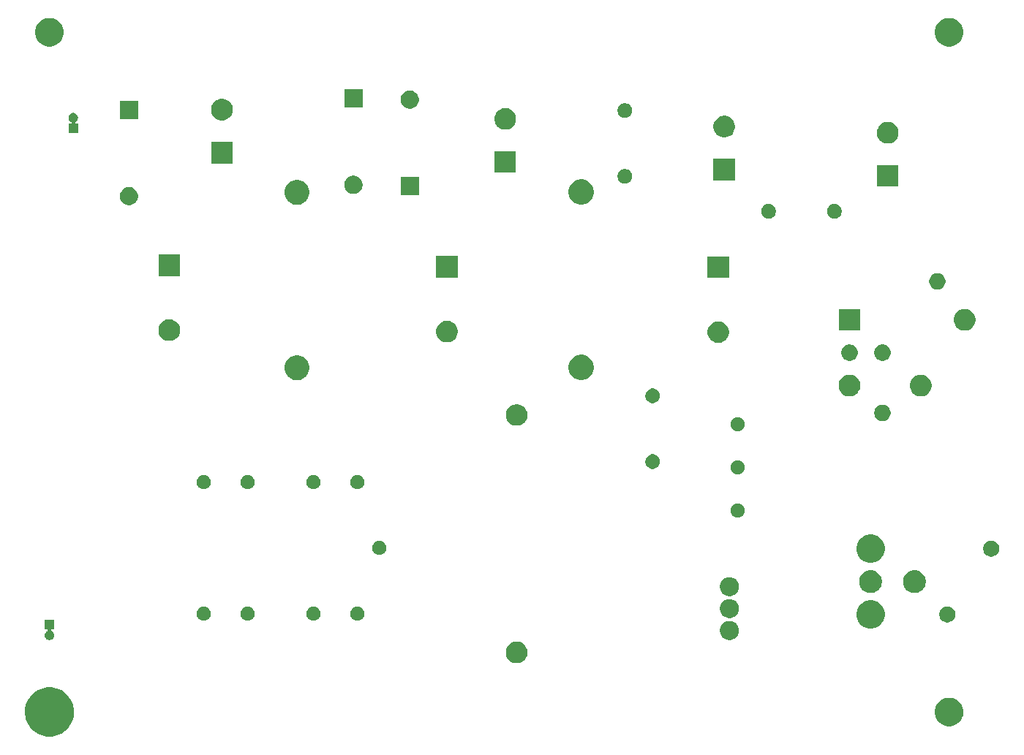
<source format=gbr>
G04 #@! TF.GenerationSoftware,KiCad,Pcbnew,(5.1.5)-3*
G04 #@! TF.CreationDate,2021-06-12T19:59:44-04:00*
G04 #@! TF.ProjectId,royerPSU,726f7965-7250-4535-952e-6b696361645f,rev?*
G04 #@! TF.SameCoordinates,Original*
G04 #@! TF.FileFunction,Soldermask,Top*
G04 #@! TF.FilePolarity,Negative*
%FSLAX46Y46*%
G04 Gerber Fmt 4.6, Leading zero omitted, Abs format (unit mm)*
G04 Created by KiCad (PCBNEW (5.1.5)-3) date 2021-06-12 19:59:44*
%MOMM*%
%LPD*%
G04 APERTURE LIST*
%ADD10C,0.100000*%
G04 APERTURE END LIST*
D10*
G36*
X73221606Y-131878562D02*
G01*
X73740455Y-132093476D01*
X74114524Y-132343421D01*
X74207406Y-132405483D01*
X74604517Y-132802594D01*
X74666579Y-132895476D01*
X74916524Y-133269545D01*
X75131438Y-133788394D01*
X75131438Y-133788395D01*
X75241000Y-134339200D01*
X75241000Y-134900800D01*
X75189458Y-135159917D01*
X75131438Y-135451606D01*
X74916524Y-135970455D01*
X74722832Y-136260335D01*
X74629600Y-136399867D01*
X74604516Y-136437407D01*
X74207407Y-136834516D01*
X73740455Y-137146524D01*
X73221606Y-137361438D01*
X72670800Y-137471000D01*
X72109200Y-137471000D01*
X71558394Y-137361438D01*
X71039545Y-137146524D01*
X70572593Y-136834516D01*
X70175484Y-136437407D01*
X70150401Y-136399867D01*
X70057168Y-136260335D01*
X69863476Y-135970455D01*
X69648562Y-135451606D01*
X69590542Y-135159917D01*
X69539000Y-134900800D01*
X69539000Y-134339200D01*
X69648562Y-133788395D01*
X69648562Y-133788394D01*
X69863476Y-133269545D01*
X70113421Y-132895476D01*
X70175483Y-132802594D01*
X70572594Y-132405483D01*
X70665476Y-132343421D01*
X71039545Y-132093476D01*
X71558394Y-131878562D01*
X72109200Y-131769000D01*
X72670800Y-131769000D01*
X73221606Y-131878562D01*
G37*
G36*
X176905256Y-133011298D02*
G01*
X177011579Y-133032447D01*
X177312042Y-133156903D01*
X177582451Y-133337585D01*
X177812415Y-133567549D01*
X177993097Y-133837958D01*
X178093389Y-134080083D01*
X178117553Y-134138422D01*
X178181000Y-134457389D01*
X178181000Y-134782611D01*
X178138702Y-134995256D01*
X178117553Y-135101579D01*
X177993097Y-135402042D01*
X177812415Y-135672451D01*
X177582451Y-135902415D01*
X177312042Y-136083097D01*
X177011579Y-136207553D01*
X176905256Y-136228702D01*
X176692611Y-136271000D01*
X176367389Y-136271000D01*
X176154744Y-136228702D01*
X176048421Y-136207553D01*
X175747958Y-136083097D01*
X175477549Y-135902415D01*
X175247585Y-135672451D01*
X175066903Y-135402042D01*
X174942447Y-135101579D01*
X174921298Y-134995256D01*
X174879000Y-134782611D01*
X174879000Y-134457389D01*
X174942447Y-134138422D01*
X174966612Y-134080083D01*
X175066903Y-133837958D01*
X175247585Y-133567549D01*
X175477549Y-133337585D01*
X175747958Y-133156903D01*
X176048421Y-133032447D01*
X176154744Y-133011298D01*
X176367389Y-132969000D01*
X176692611Y-132969000D01*
X176905256Y-133011298D01*
G37*
G36*
X126831503Y-126508275D02*
G01*
X127059171Y-126602578D01*
X127264066Y-126739485D01*
X127438315Y-126913734D01*
X127575222Y-127118629D01*
X127669525Y-127346297D01*
X127717600Y-127587987D01*
X127717600Y-127834413D01*
X127669525Y-128076103D01*
X127575222Y-128303771D01*
X127438315Y-128508666D01*
X127264066Y-128682915D01*
X127059171Y-128819822D01*
X127059170Y-128819823D01*
X127059169Y-128819823D01*
X126831503Y-128914125D01*
X126589814Y-128962200D01*
X126343386Y-128962200D01*
X126101697Y-128914125D01*
X125874031Y-128819823D01*
X125874030Y-128819823D01*
X125874029Y-128819822D01*
X125669134Y-128682915D01*
X125494885Y-128508666D01*
X125357978Y-128303771D01*
X125263675Y-128076103D01*
X125215600Y-127834413D01*
X125215600Y-127587987D01*
X125263675Y-127346297D01*
X125357978Y-127118629D01*
X125494885Y-126913734D01*
X125669134Y-126739485D01*
X125874029Y-126602578D01*
X126101697Y-126508275D01*
X126343386Y-126460200D01*
X126589814Y-126460200D01*
X126831503Y-126508275D01*
G37*
G36*
X72941000Y-125011000D02*
G01*
X72717782Y-125011000D01*
X72693396Y-125013402D01*
X72669947Y-125020515D01*
X72648336Y-125032066D01*
X72629394Y-125047611D01*
X72613849Y-125066553D01*
X72602298Y-125088164D01*
X72595185Y-125111613D01*
X72592783Y-125135999D01*
X72595185Y-125160385D01*
X72602298Y-125183834D01*
X72613849Y-125205445D01*
X72629394Y-125224387D01*
X72648336Y-125239932D01*
X72707761Y-125279639D01*
X72741242Y-125302010D01*
X72817990Y-125378758D01*
X72817991Y-125378760D01*
X72878291Y-125469005D01*
X72919826Y-125569279D01*
X72941000Y-125675730D01*
X72941000Y-125784270D01*
X72919826Y-125890721D01*
X72878291Y-125990995D01*
X72878290Y-125990996D01*
X72817990Y-126081242D01*
X72741242Y-126157990D01*
X72695812Y-126188345D01*
X72650995Y-126218291D01*
X72550721Y-126259826D01*
X72444270Y-126281000D01*
X72335730Y-126281000D01*
X72229279Y-126259826D01*
X72129005Y-126218291D01*
X72084188Y-126188345D01*
X72038758Y-126157990D01*
X71962010Y-126081242D01*
X71901710Y-125990996D01*
X71901709Y-125990995D01*
X71860174Y-125890721D01*
X71839000Y-125784270D01*
X71839000Y-125675730D01*
X71860174Y-125569279D01*
X71901709Y-125469005D01*
X71962009Y-125378760D01*
X71962010Y-125378758D01*
X72038758Y-125302010D01*
X72072239Y-125279639D01*
X72131664Y-125239932D01*
X72150606Y-125224386D01*
X72166151Y-125205444D01*
X72177702Y-125183833D01*
X72184815Y-125160385D01*
X72187217Y-125135998D01*
X72184815Y-125111612D01*
X72177702Y-125088163D01*
X72166151Y-125066553D01*
X72150605Y-125047611D01*
X72131663Y-125032066D01*
X72110052Y-125020515D01*
X72086604Y-125013402D01*
X72062218Y-125011000D01*
X71839000Y-125011000D01*
X71839000Y-123909000D01*
X72941000Y-123909000D01*
X72941000Y-125011000D01*
G37*
G36*
X151319394Y-124091355D02*
G01*
X151425750Y-124112511D01*
X151516297Y-124150017D01*
X151626120Y-124195507D01*
X151806444Y-124315995D01*
X151959805Y-124469356D01*
X152080293Y-124649680D01*
X152080293Y-124649681D01*
X152129726Y-124769021D01*
X152163289Y-124850051D01*
X152202587Y-125047611D01*
X152205600Y-125062761D01*
X152205600Y-125279639D01*
X152167933Y-125469005D01*
X152163289Y-125492349D01*
X152080293Y-125692720D01*
X151959805Y-125873044D01*
X151806444Y-126026405D01*
X151626120Y-126146893D01*
X151425750Y-126229889D01*
X151319395Y-126251044D01*
X151213040Y-126272200D01*
X150996160Y-126272200D01*
X150889805Y-126251044D01*
X150783450Y-126229889D01*
X150583080Y-126146893D01*
X150402756Y-126026405D01*
X150249395Y-125873044D01*
X150128907Y-125692720D01*
X150045911Y-125492349D01*
X150041268Y-125469005D01*
X150003600Y-125279639D01*
X150003600Y-125062761D01*
X150006614Y-125047611D01*
X150045911Y-124850051D01*
X150079475Y-124769021D01*
X150128907Y-124649681D01*
X150128907Y-124649680D01*
X150249395Y-124469356D01*
X150402756Y-124315995D01*
X150583080Y-124195507D01*
X150692903Y-124150017D01*
X150783450Y-124112511D01*
X150889806Y-124091355D01*
X150996160Y-124070200D01*
X151213040Y-124070200D01*
X151319394Y-124091355D01*
G37*
G36*
X167914732Y-121741466D02*
G01*
X168212919Y-121864979D01*
X168212921Y-121864980D01*
X168481283Y-122044294D01*
X168709506Y-122272517D01*
X168850803Y-122483983D01*
X168888821Y-122540881D01*
X169012334Y-122839068D01*
X169075300Y-123155620D01*
X169075300Y-123478380D01*
X169012334Y-123794932D01*
X168905107Y-124053800D01*
X168888820Y-124093121D01*
X168709506Y-124361483D01*
X168481283Y-124589706D01*
X168212921Y-124769020D01*
X168212920Y-124769021D01*
X168212919Y-124769021D01*
X167914732Y-124892534D01*
X167598180Y-124955500D01*
X167275420Y-124955500D01*
X166958868Y-124892534D01*
X166660681Y-124769021D01*
X166660680Y-124769021D01*
X166660679Y-124769020D01*
X166392317Y-124589706D01*
X166164094Y-124361483D01*
X165984780Y-124093121D01*
X165968493Y-124053800D01*
X165861266Y-123794932D01*
X165798300Y-123478380D01*
X165798300Y-123155620D01*
X165861266Y-122839068D01*
X165984779Y-122540881D01*
X166022797Y-122483983D01*
X166164094Y-122272517D01*
X166392317Y-122044294D01*
X166660679Y-121864980D01*
X166660681Y-121864979D01*
X166958868Y-121741466D01*
X167275420Y-121678500D01*
X167598180Y-121678500D01*
X167914732Y-121741466D01*
G37*
G36*
X176600987Y-122413123D02*
G01*
X176772055Y-122483982D01*
X176772057Y-122483983D01*
X176830092Y-122522761D01*
X176926014Y-122586854D01*
X177056946Y-122717786D01*
X177071548Y-122739640D01*
X177149097Y-122855699D01*
X177159818Y-122871745D01*
X177230677Y-123042813D01*
X177266800Y-123224417D01*
X177266800Y-123409583D01*
X177230677Y-123591187D01*
X177159818Y-123762255D01*
X177056946Y-123916214D01*
X176926014Y-124047146D01*
X176891511Y-124070200D01*
X176772057Y-124150017D01*
X176772056Y-124150018D01*
X176772055Y-124150018D01*
X176600987Y-124220877D01*
X176419383Y-124257000D01*
X176234217Y-124257000D01*
X176052613Y-124220877D01*
X175881545Y-124150018D01*
X175881544Y-124150018D01*
X175881543Y-124150017D01*
X175762089Y-124070200D01*
X175727586Y-124047146D01*
X175596654Y-123916214D01*
X175493782Y-123762255D01*
X175422923Y-123591187D01*
X175386800Y-123409583D01*
X175386800Y-123224417D01*
X175422923Y-123042813D01*
X175493782Y-122871745D01*
X175504504Y-122855699D01*
X175582052Y-122739640D01*
X175596654Y-122717786D01*
X175727586Y-122586854D01*
X175823508Y-122522761D01*
X175881543Y-122483983D01*
X175881545Y-122483982D01*
X176052613Y-122413123D01*
X176234217Y-122377000D01*
X176419383Y-122377000D01*
X176600987Y-122413123D01*
G37*
G36*
X90483342Y-122459042D02*
G01*
X90631301Y-122520329D01*
X90764455Y-122609299D01*
X90877701Y-122722545D01*
X90966671Y-122855699D01*
X91027958Y-123003658D01*
X91059200Y-123160725D01*
X91059200Y-123320875D01*
X91027958Y-123477942D01*
X90966671Y-123625901D01*
X90877701Y-123759055D01*
X90764455Y-123872301D01*
X90631301Y-123961271D01*
X90483342Y-124022558D01*
X90326275Y-124053800D01*
X90166125Y-124053800D01*
X90009058Y-124022558D01*
X89861099Y-123961271D01*
X89727945Y-123872301D01*
X89614699Y-123759055D01*
X89525729Y-123625901D01*
X89464442Y-123477942D01*
X89433200Y-123320875D01*
X89433200Y-123160725D01*
X89464442Y-123003658D01*
X89525729Y-122855699D01*
X89614699Y-122722545D01*
X89727945Y-122609299D01*
X89861099Y-122520329D01*
X90009058Y-122459042D01*
X90166125Y-122427800D01*
X90326275Y-122427800D01*
X90483342Y-122459042D01*
G37*
G36*
X95563342Y-122459042D02*
G01*
X95711301Y-122520329D01*
X95844455Y-122609299D01*
X95957701Y-122722545D01*
X96046671Y-122855699D01*
X96107958Y-123003658D01*
X96139200Y-123160725D01*
X96139200Y-123320875D01*
X96107958Y-123477942D01*
X96046671Y-123625901D01*
X95957701Y-123759055D01*
X95844455Y-123872301D01*
X95711301Y-123961271D01*
X95563342Y-124022558D01*
X95406275Y-124053800D01*
X95246125Y-124053800D01*
X95089058Y-124022558D01*
X94941099Y-123961271D01*
X94807945Y-123872301D01*
X94694699Y-123759055D01*
X94605729Y-123625901D01*
X94544442Y-123477942D01*
X94513200Y-123320875D01*
X94513200Y-123160725D01*
X94544442Y-123003658D01*
X94605729Y-122855699D01*
X94694699Y-122722545D01*
X94807945Y-122609299D01*
X94941099Y-122520329D01*
X95089058Y-122459042D01*
X95246125Y-122427800D01*
X95406275Y-122427800D01*
X95563342Y-122459042D01*
G37*
G36*
X103183342Y-122459042D02*
G01*
X103331301Y-122520329D01*
X103464455Y-122609299D01*
X103577701Y-122722545D01*
X103666671Y-122855699D01*
X103727958Y-123003658D01*
X103759200Y-123160725D01*
X103759200Y-123320875D01*
X103727958Y-123477942D01*
X103666671Y-123625901D01*
X103577701Y-123759055D01*
X103464455Y-123872301D01*
X103331301Y-123961271D01*
X103183342Y-124022558D01*
X103026275Y-124053800D01*
X102866125Y-124053800D01*
X102709058Y-124022558D01*
X102561099Y-123961271D01*
X102427945Y-123872301D01*
X102314699Y-123759055D01*
X102225729Y-123625901D01*
X102164442Y-123477942D01*
X102133200Y-123320875D01*
X102133200Y-123160725D01*
X102164442Y-123003658D01*
X102225729Y-122855699D01*
X102314699Y-122722545D01*
X102427945Y-122609299D01*
X102561099Y-122520329D01*
X102709058Y-122459042D01*
X102866125Y-122427800D01*
X103026275Y-122427800D01*
X103183342Y-122459042D01*
G37*
G36*
X108263342Y-122459042D02*
G01*
X108411301Y-122520329D01*
X108544455Y-122609299D01*
X108657701Y-122722545D01*
X108746671Y-122855699D01*
X108807958Y-123003658D01*
X108839200Y-123160725D01*
X108839200Y-123320875D01*
X108807958Y-123477942D01*
X108746671Y-123625901D01*
X108657701Y-123759055D01*
X108544455Y-123872301D01*
X108411301Y-123961271D01*
X108263342Y-124022558D01*
X108106275Y-124053800D01*
X107946125Y-124053800D01*
X107789058Y-124022558D01*
X107641099Y-123961271D01*
X107507945Y-123872301D01*
X107394699Y-123759055D01*
X107305729Y-123625901D01*
X107244442Y-123477942D01*
X107213200Y-123320875D01*
X107213200Y-123160725D01*
X107244442Y-123003658D01*
X107305729Y-122855699D01*
X107394699Y-122722545D01*
X107507945Y-122609299D01*
X107641099Y-122520329D01*
X107789058Y-122459042D01*
X107946125Y-122427800D01*
X108106275Y-122427800D01*
X108263342Y-122459042D01*
G37*
G36*
X151319395Y-121551356D02*
G01*
X151425750Y-121572511D01*
X151525934Y-121614009D01*
X151626120Y-121655507D01*
X151806444Y-121775995D01*
X151959805Y-121929356D01*
X152080293Y-122109680D01*
X152163289Y-122310051D01*
X152205600Y-122522760D01*
X152205600Y-122739640D01*
X152163289Y-122952349D01*
X152080293Y-123152720D01*
X151959805Y-123333044D01*
X151806444Y-123486405D01*
X151626120Y-123606893D01*
X151580230Y-123625901D01*
X151425750Y-123689889D01*
X151319394Y-123711045D01*
X151213040Y-123732200D01*
X150996160Y-123732200D01*
X150889806Y-123711045D01*
X150783450Y-123689889D01*
X150628970Y-123625901D01*
X150583080Y-123606893D01*
X150402756Y-123486405D01*
X150249395Y-123333044D01*
X150128907Y-123152720D01*
X150045911Y-122952349D01*
X150003600Y-122739640D01*
X150003600Y-122522760D01*
X150045911Y-122310051D01*
X150128907Y-122109680D01*
X150249395Y-121929356D01*
X150402756Y-121775995D01*
X150583080Y-121655507D01*
X150683266Y-121614009D01*
X150783450Y-121572511D01*
X150889805Y-121551356D01*
X150996160Y-121530200D01*
X151213040Y-121530200D01*
X151319395Y-121551356D01*
G37*
G36*
X151319394Y-119011355D02*
G01*
X151425750Y-119032511D01*
X151525934Y-119074009D01*
X151626120Y-119115507D01*
X151806444Y-119235995D01*
X151959805Y-119389356D01*
X152080293Y-119569680D01*
X152163289Y-119770051D01*
X152205600Y-119982760D01*
X152205600Y-120199640D01*
X152163289Y-120412349D01*
X152080293Y-120612720D01*
X151959805Y-120793044D01*
X151806444Y-120946405D01*
X151626120Y-121066893D01*
X151425750Y-121149889D01*
X151319395Y-121171044D01*
X151213040Y-121192200D01*
X150996160Y-121192200D01*
X150889805Y-121171044D01*
X150783450Y-121149889D01*
X150583080Y-121066893D01*
X150402756Y-120946405D01*
X150249395Y-120793044D01*
X150128907Y-120612720D01*
X150045911Y-120412349D01*
X150003600Y-120199640D01*
X150003600Y-119982760D01*
X150045911Y-119770051D01*
X150128907Y-119569680D01*
X150249395Y-119389356D01*
X150402756Y-119235995D01*
X150583080Y-119115507D01*
X150683266Y-119074009D01*
X150783450Y-119032511D01*
X150889806Y-119011355D01*
X150996160Y-118990200D01*
X151213040Y-118990200D01*
X151319394Y-119011355D01*
G37*
G36*
X172774515Y-118211383D02*
G01*
X172902122Y-118236765D01*
X173042948Y-118295097D01*
X173142527Y-118336344D01*
X173142528Y-118336345D01*
X173358889Y-118480912D01*
X173542888Y-118664911D01*
X173639485Y-118809479D01*
X173687456Y-118881273D01*
X173728703Y-118980852D01*
X173787035Y-119121678D01*
X173837800Y-119376893D01*
X173837800Y-119637107D01*
X173787035Y-119892322D01*
X173728703Y-120033148D01*
X173687456Y-120132727D01*
X173687455Y-120132728D01*
X173542888Y-120349089D01*
X173358889Y-120533088D01*
X173214321Y-120629685D01*
X173142527Y-120677656D01*
X173042948Y-120718903D01*
X172902122Y-120777235D01*
X172774514Y-120802618D01*
X172646909Y-120828000D01*
X172386691Y-120828000D01*
X172259086Y-120802618D01*
X172131478Y-120777235D01*
X171990652Y-120718903D01*
X171891073Y-120677656D01*
X171819279Y-120629685D01*
X171674711Y-120533088D01*
X171490712Y-120349089D01*
X171346145Y-120132728D01*
X171346144Y-120132727D01*
X171304897Y-120033148D01*
X171246565Y-119892322D01*
X171195800Y-119637107D01*
X171195800Y-119376893D01*
X171246565Y-119121678D01*
X171304897Y-118980852D01*
X171346144Y-118881273D01*
X171394115Y-118809479D01*
X171490712Y-118664911D01*
X171674711Y-118480912D01*
X171891072Y-118336345D01*
X171891073Y-118336344D01*
X171990652Y-118295097D01*
X172131478Y-118236765D01*
X172259085Y-118211383D01*
X172386691Y-118186000D01*
X172646909Y-118186000D01*
X172774515Y-118211383D01*
G37*
G36*
X167694515Y-118211383D02*
G01*
X167822122Y-118236765D01*
X167962948Y-118295097D01*
X168062527Y-118336344D01*
X168062528Y-118336345D01*
X168278889Y-118480912D01*
X168462888Y-118664911D01*
X168559485Y-118809479D01*
X168607456Y-118881273D01*
X168648703Y-118980852D01*
X168707035Y-119121678D01*
X168757800Y-119376893D01*
X168757800Y-119637107D01*
X168707035Y-119892322D01*
X168648703Y-120033148D01*
X168607456Y-120132727D01*
X168607455Y-120132728D01*
X168462888Y-120349089D01*
X168278889Y-120533088D01*
X168134321Y-120629685D01*
X168062527Y-120677656D01*
X167962948Y-120718903D01*
X167822122Y-120777235D01*
X167694514Y-120802618D01*
X167566909Y-120828000D01*
X167306691Y-120828000D01*
X167179086Y-120802618D01*
X167051478Y-120777235D01*
X166910652Y-120718903D01*
X166811073Y-120677656D01*
X166739279Y-120629685D01*
X166594711Y-120533088D01*
X166410712Y-120349089D01*
X166266145Y-120132728D01*
X166266144Y-120132727D01*
X166224897Y-120033148D01*
X166166565Y-119892322D01*
X166115800Y-119637107D01*
X166115800Y-119376893D01*
X166166565Y-119121678D01*
X166224897Y-118980852D01*
X166266144Y-118881273D01*
X166314115Y-118809479D01*
X166410712Y-118664911D01*
X166594711Y-118480912D01*
X166811072Y-118336345D01*
X166811073Y-118336344D01*
X166910652Y-118295097D01*
X167051478Y-118236765D01*
X167179085Y-118211383D01*
X167306691Y-118186000D01*
X167566909Y-118186000D01*
X167694515Y-118211383D01*
G37*
G36*
X167914732Y-114121466D02*
G01*
X168212919Y-114244979D01*
X168212921Y-114244980D01*
X168481283Y-114424294D01*
X168709506Y-114652517D01*
X168850803Y-114863983D01*
X168888821Y-114920881D01*
X169012334Y-115219068D01*
X169075300Y-115535620D01*
X169075300Y-115858380D01*
X169012334Y-116174932D01*
X168905107Y-116433800D01*
X168888820Y-116473121D01*
X168709506Y-116741483D01*
X168481283Y-116969706D01*
X168212921Y-117149020D01*
X168212920Y-117149021D01*
X168212919Y-117149021D01*
X167914732Y-117272534D01*
X167598180Y-117335500D01*
X167275420Y-117335500D01*
X166958868Y-117272534D01*
X166660681Y-117149021D01*
X166660680Y-117149021D01*
X166660679Y-117149020D01*
X166392317Y-116969706D01*
X166164094Y-116741483D01*
X165984780Y-116473121D01*
X165968493Y-116433800D01*
X165861266Y-116174932D01*
X165798300Y-115858380D01*
X165798300Y-115535620D01*
X165861266Y-115219068D01*
X165984779Y-114920881D01*
X166022797Y-114863983D01*
X166164094Y-114652517D01*
X166392317Y-114424294D01*
X166660679Y-114244980D01*
X166660681Y-114244979D01*
X166958868Y-114121466D01*
X167275420Y-114058500D01*
X167598180Y-114058500D01*
X167914732Y-114121466D01*
G37*
G36*
X181680987Y-114793123D02*
G01*
X181852055Y-114863982D01*
X181852057Y-114863983D01*
X181906452Y-114900329D01*
X182006014Y-114966854D01*
X182136946Y-115097786D01*
X182140126Y-115102545D01*
X182229097Y-115235699D01*
X182239818Y-115251745D01*
X182310677Y-115422813D01*
X182346800Y-115604417D01*
X182346800Y-115789583D01*
X182310677Y-115971187D01*
X182239818Y-116142255D01*
X182136946Y-116296214D01*
X182006014Y-116427146D01*
X181937210Y-116473119D01*
X181852057Y-116530017D01*
X181852056Y-116530018D01*
X181852055Y-116530018D01*
X181680987Y-116600877D01*
X181499383Y-116637000D01*
X181314217Y-116637000D01*
X181132613Y-116600877D01*
X180961545Y-116530018D01*
X180961544Y-116530018D01*
X180961543Y-116530017D01*
X180876390Y-116473119D01*
X180807586Y-116427146D01*
X180676654Y-116296214D01*
X180573782Y-116142255D01*
X180502923Y-115971187D01*
X180466800Y-115789583D01*
X180466800Y-115604417D01*
X180502923Y-115422813D01*
X180573782Y-115251745D01*
X180584504Y-115235699D01*
X180673474Y-115102545D01*
X180676654Y-115097786D01*
X180807586Y-114966854D01*
X180907148Y-114900329D01*
X180961543Y-114863983D01*
X180961545Y-114863982D01*
X181132613Y-114793123D01*
X181314217Y-114757000D01*
X181499383Y-114757000D01*
X181680987Y-114793123D01*
G37*
G36*
X110803342Y-114839042D02*
G01*
X110951301Y-114900329D01*
X111084455Y-114989299D01*
X111197701Y-115102545D01*
X111286671Y-115235699D01*
X111347958Y-115383658D01*
X111379200Y-115540725D01*
X111379200Y-115700875D01*
X111347958Y-115857942D01*
X111286671Y-116005901D01*
X111197701Y-116139055D01*
X111084455Y-116252301D01*
X110951301Y-116341271D01*
X110803342Y-116402558D01*
X110646275Y-116433800D01*
X110486125Y-116433800D01*
X110329058Y-116402558D01*
X110181099Y-116341271D01*
X110047945Y-116252301D01*
X109934699Y-116139055D01*
X109845729Y-116005901D01*
X109784442Y-115857942D01*
X109753200Y-115700875D01*
X109753200Y-115540725D01*
X109784442Y-115383658D01*
X109845729Y-115235699D01*
X109934699Y-115102545D01*
X110047945Y-114989299D01*
X110181099Y-114900329D01*
X110329058Y-114839042D01*
X110486125Y-114807800D01*
X110646275Y-114807800D01*
X110803342Y-114839042D01*
G37*
G36*
X152281542Y-110495642D02*
G01*
X152429501Y-110556929D01*
X152562655Y-110645899D01*
X152675901Y-110759145D01*
X152764871Y-110892299D01*
X152826158Y-111040258D01*
X152857400Y-111197325D01*
X152857400Y-111357475D01*
X152826158Y-111514542D01*
X152764871Y-111662501D01*
X152675901Y-111795655D01*
X152562655Y-111908901D01*
X152429501Y-111997871D01*
X152281542Y-112059158D01*
X152124475Y-112090400D01*
X151964325Y-112090400D01*
X151807258Y-112059158D01*
X151659299Y-111997871D01*
X151526145Y-111908901D01*
X151412899Y-111795655D01*
X151323929Y-111662501D01*
X151262642Y-111514542D01*
X151231400Y-111357475D01*
X151231400Y-111197325D01*
X151262642Y-111040258D01*
X151323929Y-110892299D01*
X151412899Y-110759145D01*
X151526145Y-110645899D01*
X151659299Y-110556929D01*
X151807258Y-110495642D01*
X151964325Y-110464400D01*
X152124475Y-110464400D01*
X152281542Y-110495642D01*
G37*
G36*
X108263342Y-107219042D02*
G01*
X108411301Y-107280329D01*
X108544455Y-107369299D01*
X108657701Y-107482545D01*
X108746671Y-107615699D01*
X108807958Y-107763658D01*
X108839200Y-107920725D01*
X108839200Y-108080875D01*
X108807958Y-108237942D01*
X108746671Y-108385901D01*
X108657701Y-108519055D01*
X108544455Y-108632301D01*
X108411301Y-108721271D01*
X108263342Y-108782558D01*
X108106275Y-108813800D01*
X107946125Y-108813800D01*
X107789058Y-108782558D01*
X107641099Y-108721271D01*
X107507945Y-108632301D01*
X107394699Y-108519055D01*
X107305729Y-108385901D01*
X107244442Y-108237942D01*
X107213200Y-108080875D01*
X107213200Y-107920725D01*
X107244442Y-107763658D01*
X107305729Y-107615699D01*
X107394699Y-107482545D01*
X107507945Y-107369299D01*
X107641099Y-107280329D01*
X107789058Y-107219042D01*
X107946125Y-107187800D01*
X108106275Y-107187800D01*
X108263342Y-107219042D01*
G37*
G36*
X103183342Y-107219042D02*
G01*
X103331301Y-107280329D01*
X103464455Y-107369299D01*
X103577701Y-107482545D01*
X103666671Y-107615699D01*
X103727958Y-107763658D01*
X103759200Y-107920725D01*
X103759200Y-108080875D01*
X103727958Y-108237942D01*
X103666671Y-108385901D01*
X103577701Y-108519055D01*
X103464455Y-108632301D01*
X103331301Y-108721271D01*
X103183342Y-108782558D01*
X103026275Y-108813800D01*
X102866125Y-108813800D01*
X102709058Y-108782558D01*
X102561099Y-108721271D01*
X102427945Y-108632301D01*
X102314699Y-108519055D01*
X102225729Y-108385901D01*
X102164442Y-108237942D01*
X102133200Y-108080875D01*
X102133200Y-107920725D01*
X102164442Y-107763658D01*
X102225729Y-107615699D01*
X102314699Y-107482545D01*
X102427945Y-107369299D01*
X102561099Y-107280329D01*
X102709058Y-107219042D01*
X102866125Y-107187800D01*
X103026275Y-107187800D01*
X103183342Y-107219042D01*
G37*
G36*
X95563342Y-107219042D02*
G01*
X95711301Y-107280329D01*
X95844455Y-107369299D01*
X95957701Y-107482545D01*
X96046671Y-107615699D01*
X96107958Y-107763658D01*
X96139200Y-107920725D01*
X96139200Y-108080875D01*
X96107958Y-108237942D01*
X96046671Y-108385901D01*
X95957701Y-108519055D01*
X95844455Y-108632301D01*
X95711301Y-108721271D01*
X95563342Y-108782558D01*
X95406275Y-108813800D01*
X95246125Y-108813800D01*
X95089058Y-108782558D01*
X94941099Y-108721271D01*
X94807945Y-108632301D01*
X94694699Y-108519055D01*
X94605729Y-108385901D01*
X94544442Y-108237942D01*
X94513200Y-108080875D01*
X94513200Y-107920725D01*
X94544442Y-107763658D01*
X94605729Y-107615699D01*
X94694699Y-107482545D01*
X94807945Y-107369299D01*
X94941099Y-107280329D01*
X95089058Y-107219042D01*
X95246125Y-107187800D01*
X95406275Y-107187800D01*
X95563342Y-107219042D01*
G37*
G36*
X90483342Y-107219042D02*
G01*
X90631301Y-107280329D01*
X90764455Y-107369299D01*
X90877701Y-107482545D01*
X90966671Y-107615699D01*
X91027958Y-107763658D01*
X91059200Y-107920725D01*
X91059200Y-108080875D01*
X91027958Y-108237942D01*
X90966671Y-108385901D01*
X90877701Y-108519055D01*
X90764455Y-108632301D01*
X90631301Y-108721271D01*
X90483342Y-108782558D01*
X90326275Y-108813800D01*
X90166125Y-108813800D01*
X90009058Y-108782558D01*
X89861099Y-108721271D01*
X89727945Y-108632301D01*
X89614699Y-108519055D01*
X89525729Y-108385901D01*
X89464442Y-108237942D01*
X89433200Y-108080875D01*
X89433200Y-107920725D01*
X89464442Y-107763658D01*
X89525729Y-107615699D01*
X89614699Y-107482545D01*
X89727945Y-107369299D01*
X89861099Y-107280329D01*
X90009058Y-107219042D01*
X90166125Y-107187800D01*
X90326275Y-107187800D01*
X90483342Y-107219042D01*
G37*
G36*
X152281542Y-105495642D02*
G01*
X152429501Y-105556929D01*
X152562655Y-105645899D01*
X152675901Y-105759145D01*
X152764871Y-105892299D01*
X152826158Y-106040258D01*
X152857400Y-106197325D01*
X152857400Y-106357475D01*
X152826158Y-106514542D01*
X152764871Y-106662501D01*
X152675901Y-106795655D01*
X152562655Y-106908901D01*
X152429501Y-106997871D01*
X152281542Y-107059158D01*
X152124475Y-107090400D01*
X151964325Y-107090400D01*
X151807258Y-107059158D01*
X151659299Y-106997871D01*
X151526145Y-106908901D01*
X151412899Y-106795655D01*
X151323929Y-106662501D01*
X151262642Y-106514542D01*
X151231400Y-106357475D01*
X151231400Y-106197325D01*
X151262642Y-106040258D01*
X151323929Y-105892299D01*
X151412899Y-105759145D01*
X151526145Y-105645899D01*
X151659299Y-105556929D01*
X151807258Y-105495642D01*
X151964325Y-105464400D01*
X152124475Y-105464400D01*
X152281542Y-105495642D01*
G37*
G36*
X142462828Y-104794903D02*
G01*
X142617700Y-104859053D01*
X142757081Y-104952185D01*
X142875615Y-105070719D01*
X142968747Y-105210100D01*
X143032897Y-105364972D01*
X143065600Y-105529384D01*
X143065600Y-105697016D01*
X143032897Y-105861428D01*
X142968747Y-106016300D01*
X142875615Y-106155681D01*
X142757081Y-106274215D01*
X142617700Y-106367347D01*
X142462828Y-106431497D01*
X142298416Y-106464200D01*
X142130784Y-106464200D01*
X141966372Y-106431497D01*
X141811500Y-106367347D01*
X141672119Y-106274215D01*
X141553585Y-106155681D01*
X141460453Y-106016300D01*
X141396303Y-105861428D01*
X141363600Y-105697016D01*
X141363600Y-105529384D01*
X141396303Y-105364972D01*
X141460453Y-105210100D01*
X141553585Y-105070719D01*
X141672119Y-104952185D01*
X141811500Y-104859053D01*
X141966372Y-104794903D01*
X142130784Y-104762200D01*
X142298416Y-104762200D01*
X142462828Y-104794903D01*
G37*
G36*
X152281542Y-100495642D02*
G01*
X152429501Y-100556929D01*
X152562655Y-100645899D01*
X152675901Y-100759145D01*
X152764871Y-100892299D01*
X152826158Y-101040258D01*
X152857400Y-101197325D01*
X152857400Y-101357475D01*
X152826158Y-101514542D01*
X152764871Y-101662501D01*
X152675901Y-101795655D01*
X152562655Y-101908901D01*
X152429501Y-101997871D01*
X152281542Y-102059158D01*
X152124475Y-102090400D01*
X151964325Y-102090400D01*
X151807258Y-102059158D01*
X151659299Y-101997871D01*
X151526145Y-101908901D01*
X151412899Y-101795655D01*
X151323929Y-101662501D01*
X151262642Y-101514542D01*
X151231400Y-101357475D01*
X151231400Y-101197325D01*
X151262642Y-101040258D01*
X151323929Y-100892299D01*
X151412899Y-100759145D01*
X151526145Y-100645899D01*
X151659299Y-100556929D01*
X151807258Y-100495642D01*
X151964325Y-100464400D01*
X152124475Y-100464400D01*
X152281542Y-100495642D01*
G37*
G36*
X126831503Y-99008275D02*
G01*
X126944180Y-99054947D01*
X127059171Y-99102578D01*
X127264066Y-99239485D01*
X127438315Y-99413734D01*
X127575222Y-99618629D01*
X127575223Y-99618631D01*
X127669525Y-99846297D01*
X127717600Y-100087986D01*
X127717600Y-100334414D01*
X127669525Y-100576103D01*
X127593708Y-100759143D01*
X127575222Y-100803771D01*
X127438315Y-101008666D01*
X127264066Y-101182915D01*
X127059171Y-101319822D01*
X127059170Y-101319823D01*
X127059169Y-101319823D01*
X126831503Y-101414125D01*
X126589814Y-101462200D01*
X126343386Y-101462200D01*
X126101697Y-101414125D01*
X125874031Y-101319823D01*
X125874030Y-101319823D01*
X125874029Y-101319822D01*
X125669134Y-101182915D01*
X125494885Y-101008666D01*
X125357978Y-100803771D01*
X125339493Y-100759143D01*
X125263675Y-100576103D01*
X125215600Y-100334414D01*
X125215600Y-100087986D01*
X125263675Y-99846297D01*
X125357977Y-99618631D01*
X125357978Y-99618629D01*
X125494885Y-99413734D01*
X125669134Y-99239485D01*
X125874029Y-99102578D01*
X125989021Y-99054947D01*
X126101697Y-99008275D01*
X126343386Y-98960200D01*
X126589814Y-98960200D01*
X126831503Y-99008275D01*
G37*
G36*
X169085795Y-99054946D02*
G01*
X169258866Y-99126634D01*
X169258867Y-99126635D01*
X169414627Y-99230710D01*
X169547090Y-99363173D01*
X169580875Y-99413736D01*
X169651166Y-99518934D01*
X169722854Y-99692005D01*
X169759400Y-99875733D01*
X169759400Y-100063067D01*
X169722854Y-100246795D01*
X169651166Y-100419866D01*
X169651165Y-100419867D01*
X169547090Y-100575627D01*
X169414627Y-100708090D01*
X169338220Y-100759143D01*
X169258866Y-100812166D01*
X169085795Y-100883854D01*
X168902067Y-100920400D01*
X168714733Y-100920400D01*
X168531005Y-100883854D01*
X168357934Y-100812166D01*
X168278580Y-100759143D01*
X168202173Y-100708090D01*
X168069710Y-100575627D01*
X167965635Y-100419867D01*
X167965634Y-100419866D01*
X167893946Y-100246795D01*
X167857400Y-100063067D01*
X167857400Y-99875733D01*
X167893946Y-99692005D01*
X167965634Y-99518934D01*
X168035925Y-99413736D01*
X168069710Y-99363173D01*
X168202173Y-99230710D01*
X168357933Y-99126635D01*
X168357934Y-99126634D01*
X168531005Y-99054946D01*
X168714733Y-99018400D01*
X168902067Y-99018400D01*
X169085795Y-99054946D01*
G37*
G36*
X142462828Y-97174903D02*
G01*
X142617700Y-97239053D01*
X142757081Y-97332185D01*
X142875615Y-97450719D01*
X142968747Y-97590100D01*
X143032897Y-97744972D01*
X143065600Y-97909384D01*
X143065600Y-98077016D01*
X143032897Y-98241428D01*
X142968747Y-98396300D01*
X142875615Y-98535681D01*
X142757081Y-98654215D01*
X142617700Y-98747347D01*
X142462828Y-98811497D01*
X142298416Y-98844200D01*
X142130784Y-98844200D01*
X141966372Y-98811497D01*
X141811500Y-98747347D01*
X141672119Y-98654215D01*
X141553585Y-98535681D01*
X141460453Y-98396300D01*
X141396303Y-98241428D01*
X141363600Y-98077016D01*
X141363600Y-97909384D01*
X141396303Y-97744972D01*
X141460453Y-97590100D01*
X141553585Y-97450719D01*
X141672119Y-97332185D01*
X141811500Y-97239053D01*
X141966372Y-97174903D01*
X142130784Y-97142200D01*
X142298416Y-97142200D01*
X142462828Y-97174903D01*
G37*
G36*
X173618303Y-95596475D02*
G01*
X173788465Y-95666958D01*
X173845971Y-95690778D01*
X174050866Y-95827685D01*
X174225115Y-96001934D01*
X174362022Y-96206829D01*
X174456325Y-96434497D01*
X174504400Y-96676187D01*
X174504400Y-96922613D01*
X174456325Y-97164303D01*
X174362022Y-97391971D01*
X174225115Y-97596866D01*
X174050866Y-97771115D01*
X173845971Y-97908022D01*
X173845970Y-97908023D01*
X173845969Y-97908023D01*
X173618303Y-98002325D01*
X173376614Y-98050400D01*
X173130186Y-98050400D01*
X172888497Y-98002325D01*
X172660831Y-97908023D01*
X172660830Y-97908023D01*
X172660829Y-97908022D01*
X172455934Y-97771115D01*
X172281685Y-97596866D01*
X172144778Y-97391971D01*
X172050475Y-97164303D01*
X172002400Y-96922613D01*
X172002400Y-96676187D01*
X172050475Y-96434497D01*
X172144778Y-96206829D01*
X172281685Y-96001934D01*
X172455934Y-95827685D01*
X172660829Y-95690778D01*
X172718336Y-95666958D01*
X172888497Y-95596475D01*
X173130186Y-95548400D01*
X173376614Y-95548400D01*
X173618303Y-95596475D01*
G37*
G36*
X165358303Y-95596475D02*
G01*
X165528465Y-95666958D01*
X165585971Y-95690778D01*
X165790866Y-95827685D01*
X165965115Y-96001934D01*
X166102022Y-96206829D01*
X166196325Y-96434497D01*
X166244400Y-96676187D01*
X166244400Y-96922613D01*
X166196325Y-97164303D01*
X166102022Y-97391971D01*
X165965115Y-97596866D01*
X165790866Y-97771115D01*
X165585971Y-97908022D01*
X165585970Y-97908023D01*
X165585969Y-97908023D01*
X165358303Y-98002325D01*
X165116614Y-98050400D01*
X164870186Y-98050400D01*
X164628497Y-98002325D01*
X164400831Y-97908023D01*
X164400830Y-97908023D01*
X164400829Y-97908022D01*
X164195934Y-97771115D01*
X164021685Y-97596866D01*
X163884778Y-97391971D01*
X163790475Y-97164303D01*
X163742400Y-96922613D01*
X163742400Y-96676187D01*
X163790475Y-96434497D01*
X163884778Y-96206829D01*
X164021685Y-96001934D01*
X164195934Y-95827685D01*
X164400829Y-95690778D01*
X164458336Y-95666958D01*
X164628497Y-95596475D01*
X164870186Y-95548400D01*
X165116614Y-95548400D01*
X165358303Y-95596475D01*
G37*
G36*
X101464441Y-93346760D02*
G01*
X101728505Y-93456139D01*
X101966158Y-93614934D01*
X102168266Y-93817042D01*
X102327061Y-94054695D01*
X102436440Y-94318759D01*
X102492200Y-94599088D01*
X102492200Y-94884912D01*
X102436440Y-95165241D01*
X102327061Y-95429305D01*
X102168266Y-95666958D01*
X101966158Y-95869066D01*
X101728505Y-96027861D01*
X101464441Y-96137240D01*
X101184112Y-96193000D01*
X100898288Y-96193000D01*
X100617959Y-96137240D01*
X100353895Y-96027861D01*
X100116242Y-95869066D01*
X99914134Y-95666958D01*
X99755339Y-95429305D01*
X99645960Y-95165241D01*
X99590200Y-94884912D01*
X99590200Y-94599088D01*
X99645960Y-94318759D01*
X99755339Y-94054695D01*
X99914134Y-93817042D01*
X100116242Y-93614934D01*
X100353895Y-93456139D01*
X100617959Y-93346760D01*
X100898288Y-93291000D01*
X101184112Y-93291000D01*
X101464441Y-93346760D01*
G37*
G36*
X134357441Y-93295960D02*
G01*
X134621505Y-93405339D01*
X134859158Y-93564134D01*
X135061266Y-93766242D01*
X135220061Y-94003895D01*
X135329440Y-94267959D01*
X135385200Y-94548288D01*
X135385200Y-94834112D01*
X135329440Y-95114441D01*
X135220061Y-95378505D01*
X135061266Y-95616158D01*
X134859158Y-95818266D01*
X134621505Y-95977061D01*
X134357441Y-96086440D01*
X134077112Y-96142200D01*
X133791288Y-96142200D01*
X133510959Y-96086440D01*
X133246895Y-95977061D01*
X133009242Y-95818266D01*
X132807134Y-95616158D01*
X132648339Y-95378505D01*
X132538960Y-95114441D01*
X132483200Y-94834112D01*
X132483200Y-94548288D01*
X132538960Y-94267959D01*
X132648339Y-94003895D01*
X132807134Y-93766242D01*
X133009242Y-93564134D01*
X133246895Y-93405339D01*
X133510959Y-93295960D01*
X133791288Y-93240200D01*
X134077112Y-93240200D01*
X134357441Y-93295960D01*
G37*
G36*
X169085795Y-92074946D02*
G01*
X169258866Y-92146634D01*
X169258867Y-92146635D01*
X169414627Y-92250710D01*
X169547090Y-92383173D01*
X169547091Y-92383175D01*
X169651166Y-92538934D01*
X169722854Y-92712005D01*
X169759400Y-92895733D01*
X169759400Y-93083067D01*
X169722854Y-93266795D01*
X169651166Y-93439866D01*
X169640292Y-93456140D01*
X169547090Y-93595627D01*
X169414627Y-93728090D01*
X169357530Y-93766241D01*
X169258866Y-93832166D01*
X169085795Y-93903854D01*
X168902067Y-93940400D01*
X168714733Y-93940400D01*
X168531005Y-93903854D01*
X168357934Y-93832166D01*
X168259270Y-93766241D01*
X168202173Y-93728090D01*
X168069710Y-93595627D01*
X167976508Y-93456140D01*
X167965634Y-93439866D01*
X167893946Y-93266795D01*
X167857400Y-93083067D01*
X167857400Y-92895733D01*
X167893946Y-92712005D01*
X167965634Y-92538934D01*
X168069709Y-92383175D01*
X168069710Y-92383173D01*
X168202173Y-92250710D01*
X168357933Y-92146635D01*
X168357934Y-92146634D01*
X168531005Y-92074946D01*
X168714733Y-92038400D01*
X168902067Y-92038400D01*
X169085795Y-92074946D01*
G37*
G36*
X165270795Y-92074946D02*
G01*
X165443866Y-92146634D01*
X165443867Y-92146635D01*
X165599627Y-92250710D01*
X165732090Y-92383173D01*
X165732091Y-92383175D01*
X165836166Y-92538934D01*
X165907854Y-92712005D01*
X165944400Y-92895733D01*
X165944400Y-93083067D01*
X165907854Y-93266795D01*
X165836166Y-93439866D01*
X165825292Y-93456140D01*
X165732090Y-93595627D01*
X165599627Y-93728090D01*
X165542530Y-93766241D01*
X165443866Y-93832166D01*
X165270795Y-93903854D01*
X165087067Y-93940400D01*
X164899733Y-93940400D01*
X164716005Y-93903854D01*
X164542934Y-93832166D01*
X164444270Y-93766241D01*
X164387173Y-93728090D01*
X164254710Y-93595627D01*
X164161508Y-93456140D01*
X164150634Y-93439866D01*
X164078946Y-93266795D01*
X164042400Y-93083067D01*
X164042400Y-92895733D01*
X164078946Y-92712005D01*
X164150634Y-92538934D01*
X164254709Y-92383175D01*
X164254710Y-92383173D01*
X164387173Y-92250710D01*
X164542933Y-92146635D01*
X164542934Y-92146634D01*
X164716005Y-92074946D01*
X164899733Y-92038400D01*
X165087067Y-92038400D01*
X165270795Y-92074946D01*
G37*
G36*
X150174103Y-89405875D02*
G01*
X150279127Y-89449377D01*
X150401771Y-89500178D01*
X150606666Y-89637085D01*
X150780915Y-89811334D01*
X150917822Y-90016229D01*
X151012125Y-90243897D01*
X151060200Y-90485587D01*
X151060200Y-90732013D01*
X151012125Y-90973703D01*
X150917822Y-91201371D01*
X150780915Y-91406266D01*
X150606666Y-91580515D01*
X150401771Y-91717422D01*
X150401770Y-91717423D01*
X150401769Y-91717423D01*
X150174103Y-91811725D01*
X149932414Y-91859800D01*
X149685986Y-91859800D01*
X149444297Y-91811725D01*
X149216631Y-91717423D01*
X149216630Y-91717423D01*
X149216629Y-91717422D01*
X149011734Y-91580515D01*
X148837485Y-91406266D01*
X148700578Y-91201371D01*
X148606275Y-90973703D01*
X148558200Y-90732013D01*
X148558200Y-90485587D01*
X148606275Y-90243897D01*
X148700578Y-90016229D01*
X148837485Y-89811334D01*
X149011734Y-89637085D01*
X149216629Y-89500178D01*
X149339274Y-89449377D01*
X149444297Y-89405875D01*
X149685986Y-89357800D01*
X149932414Y-89357800D01*
X150174103Y-89405875D01*
G37*
G36*
X118779703Y-89355075D02*
G01*
X118908647Y-89408485D01*
X119007371Y-89449378D01*
X119212266Y-89586285D01*
X119386515Y-89760534D01*
X119420460Y-89811336D01*
X119523423Y-89965431D01*
X119617725Y-90193097D01*
X119664928Y-90430400D01*
X119665800Y-90434787D01*
X119665800Y-90681213D01*
X119617725Y-90922903D01*
X119523422Y-91150571D01*
X119386515Y-91355466D01*
X119212266Y-91529715D01*
X119007371Y-91666622D01*
X119007370Y-91666623D01*
X119007369Y-91666623D01*
X118779703Y-91760925D01*
X118538014Y-91809000D01*
X118291586Y-91809000D01*
X118049897Y-91760925D01*
X117822231Y-91666623D01*
X117822230Y-91666623D01*
X117822229Y-91666622D01*
X117617334Y-91529715D01*
X117443085Y-91355466D01*
X117306178Y-91150571D01*
X117211875Y-90922903D01*
X117163800Y-90681213D01*
X117163800Y-90434787D01*
X117164673Y-90430400D01*
X117211875Y-90193097D01*
X117306177Y-89965431D01*
X117409140Y-89811336D01*
X117443085Y-89760534D01*
X117617334Y-89586285D01*
X117822229Y-89449378D01*
X117920954Y-89408485D01*
X118049897Y-89355075D01*
X118291586Y-89307000D01*
X118538014Y-89307000D01*
X118779703Y-89355075D01*
G37*
G36*
X86623303Y-89177275D02*
G01*
X86850971Y-89271578D01*
X87055866Y-89408485D01*
X87230115Y-89582734D01*
X87367022Y-89787629D01*
X87367023Y-89787631D01*
X87461325Y-90015297D01*
X87509400Y-90256986D01*
X87509400Y-90503414D01*
X87474033Y-90681214D01*
X87461325Y-90745103D01*
X87367022Y-90972771D01*
X87230115Y-91177666D01*
X87055866Y-91351915D01*
X86850971Y-91488822D01*
X86850970Y-91488823D01*
X86850969Y-91488823D01*
X86623303Y-91583125D01*
X86381614Y-91631200D01*
X86135186Y-91631200D01*
X85893497Y-91583125D01*
X85665831Y-91488823D01*
X85665830Y-91488823D01*
X85665829Y-91488822D01*
X85460934Y-91351915D01*
X85286685Y-91177666D01*
X85149778Y-90972771D01*
X85055475Y-90745103D01*
X85042767Y-90681214D01*
X85007400Y-90503414D01*
X85007400Y-90256986D01*
X85055475Y-90015297D01*
X85149777Y-89787631D01*
X85149778Y-89787629D01*
X85286685Y-89582734D01*
X85460934Y-89408485D01*
X85665829Y-89271578D01*
X85893497Y-89177275D01*
X86135186Y-89129200D01*
X86381614Y-89129200D01*
X86623303Y-89177275D01*
G37*
G36*
X166244400Y-90430400D02*
G01*
X163742400Y-90430400D01*
X163742400Y-87928400D01*
X166244400Y-87928400D01*
X166244400Y-90430400D01*
G37*
G36*
X178698303Y-87976475D02*
G01*
X178925971Y-88070778D01*
X179130866Y-88207685D01*
X179305115Y-88381934D01*
X179305116Y-88381936D01*
X179442023Y-88586831D01*
X179536325Y-88814497D01*
X179584400Y-89056186D01*
X179584400Y-89302614D01*
X179536325Y-89544303D01*
X179446760Y-89760534D01*
X179442022Y-89771971D01*
X179305115Y-89976866D01*
X179130866Y-90151115D01*
X178925971Y-90288022D01*
X178925970Y-90288023D01*
X178925969Y-90288023D01*
X178698303Y-90382325D01*
X178456614Y-90430400D01*
X178210186Y-90430400D01*
X177968497Y-90382325D01*
X177740831Y-90288023D01*
X177740830Y-90288023D01*
X177740829Y-90288022D01*
X177535934Y-90151115D01*
X177361685Y-89976866D01*
X177224778Y-89771971D01*
X177220041Y-89760534D01*
X177130475Y-89544303D01*
X177082400Y-89302614D01*
X177082400Y-89056186D01*
X177130475Y-88814497D01*
X177224777Y-88586831D01*
X177361684Y-88381936D01*
X177361685Y-88381934D01*
X177535934Y-88207685D01*
X177740829Y-88070778D01*
X177968497Y-87976475D01*
X178210186Y-87928400D01*
X178456614Y-87928400D01*
X178698303Y-87976475D01*
G37*
G36*
X175440795Y-83824946D02*
G01*
X175613866Y-83896634D01*
X175613867Y-83896635D01*
X175769627Y-84000710D01*
X175902090Y-84133173D01*
X175902091Y-84133175D01*
X176006166Y-84288934D01*
X176077854Y-84462005D01*
X176114400Y-84645733D01*
X176114400Y-84833067D01*
X176077854Y-85016795D01*
X176006166Y-85189866D01*
X176006165Y-85189867D01*
X175902090Y-85345627D01*
X175769627Y-85478090D01*
X175691218Y-85530481D01*
X175613866Y-85582166D01*
X175440795Y-85653854D01*
X175257067Y-85690400D01*
X175069733Y-85690400D01*
X174886005Y-85653854D01*
X174712934Y-85582166D01*
X174635582Y-85530481D01*
X174557173Y-85478090D01*
X174424710Y-85345627D01*
X174320635Y-85189867D01*
X174320634Y-85189866D01*
X174248946Y-85016795D01*
X174212400Y-84833067D01*
X174212400Y-84645733D01*
X174248946Y-84462005D01*
X174320634Y-84288934D01*
X174424709Y-84133175D01*
X174424710Y-84133173D01*
X174557173Y-84000710D01*
X174712933Y-83896635D01*
X174712934Y-83896634D01*
X174886005Y-83824946D01*
X175069733Y-83788400D01*
X175257067Y-83788400D01*
X175440795Y-83824946D01*
G37*
G36*
X151060200Y-84359800D02*
G01*
X148558200Y-84359800D01*
X148558200Y-81857800D01*
X151060200Y-81857800D01*
X151060200Y-84359800D01*
G37*
G36*
X119665800Y-84309000D02*
G01*
X117163800Y-84309000D01*
X117163800Y-81807000D01*
X119665800Y-81807000D01*
X119665800Y-84309000D01*
G37*
G36*
X87509400Y-84131200D02*
G01*
X85007400Y-84131200D01*
X85007400Y-81629200D01*
X87509400Y-81629200D01*
X87509400Y-84131200D01*
G37*
G36*
X163494028Y-75788103D02*
G01*
X163648900Y-75852253D01*
X163788281Y-75945385D01*
X163906815Y-76063919D01*
X163999947Y-76203300D01*
X164064097Y-76358172D01*
X164096800Y-76522584D01*
X164096800Y-76690216D01*
X164064097Y-76854628D01*
X163999947Y-77009500D01*
X163906815Y-77148881D01*
X163788281Y-77267415D01*
X163648900Y-77360547D01*
X163494028Y-77424697D01*
X163329616Y-77457400D01*
X163161984Y-77457400D01*
X162997572Y-77424697D01*
X162842700Y-77360547D01*
X162703319Y-77267415D01*
X162584785Y-77148881D01*
X162491653Y-77009500D01*
X162427503Y-76854628D01*
X162394800Y-76690216D01*
X162394800Y-76522584D01*
X162427503Y-76358172D01*
X162491653Y-76203300D01*
X162584785Y-76063919D01*
X162703319Y-75945385D01*
X162842700Y-75852253D01*
X162997572Y-75788103D01*
X163161984Y-75755400D01*
X163329616Y-75755400D01*
X163494028Y-75788103D01*
G37*
G36*
X155874028Y-75788103D02*
G01*
X156028900Y-75852253D01*
X156168281Y-75945385D01*
X156286815Y-76063919D01*
X156379947Y-76203300D01*
X156444097Y-76358172D01*
X156476800Y-76522584D01*
X156476800Y-76690216D01*
X156444097Y-76854628D01*
X156379947Y-77009500D01*
X156286815Y-77148881D01*
X156168281Y-77267415D01*
X156028900Y-77360547D01*
X155874028Y-77424697D01*
X155709616Y-77457400D01*
X155541984Y-77457400D01*
X155377572Y-77424697D01*
X155222700Y-77360547D01*
X155083319Y-77267415D01*
X154964785Y-77148881D01*
X154871653Y-77009500D01*
X154807503Y-76854628D01*
X154774800Y-76690216D01*
X154774800Y-76522584D01*
X154807503Y-76358172D01*
X154871653Y-76203300D01*
X154964785Y-76063919D01*
X155083319Y-75945385D01*
X155222700Y-75852253D01*
X155377572Y-75788103D01*
X155541984Y-75755400D01*
X155709616Y-75755400D01*
X155874028Y-75788103D01*
G37*
G36*
X81891364Y-73860989D02*
G01*
X82082633Y-73940215D01*
X82082635Y-73940216D01*
X82244892Y-74048633D01*
X82254773Y-74055235D01*
X82401165Y-74201627D01*
X82516185Y-74373767D01*
X82595411Y-74565036D01*
X82635800Y-74768084D01*
X82635800Y-74975116D01*
X82595411Y-75178164D01*
X82546536Y-75296158D01*
X82516184Y-75369435D01*
X82401165Y-75541573D01*
X82254773Y-75687965D01*
X82082635Y-75802984D01*
X82082634Y-75802985D01*
X82082633Y-75802985D01*
X81891364Y-75882211D01*
X81688316Y-75922600D01*
X81481284Y-75922600D01*
X81278236Y-75882211D01*
X81086967Y-75802985D01*
X81086966Y-75802985D01*
X81086965Y-75802984D01*
X80914827Y-75687965D01*
X80768435Y-75541573D01*
X80653416Y-75369435D01*
X80623064Y-75296158D01*
X80574189Y-75178164D01*
X80533800Y-74975116D01*
X80533800Y-74768084D01*
X80574189Y-74565036D01*
X80653415Y-74373767D01*
X80768435Y-74201627D01*
X80914827Y-74055235D01*
X80924708Y-74048633D01*
X81086965Y-73940216D01*
X81086967Y-73940215D01*
X81278236Y-73860989D01*
X81481284Y-73820600D01*
X81688316Y-73820600D01*
X81891364Y-73860989D01*
G37*
G36*
X101464441Y-73026760D02*
G01*
X101728505Y-73136139D01*
X101966158Y-73294934D01*
X102168266Y-73497042D01*
X102327061Y-73734695D01*
X102436440Y-73998759D01*
X102492200Y-74279088D01*
X102492200Y-74564912D01*
X102436440Y-74845241D01*
X102327061Y-75109305D01*
X102168266Y-75346958D01*
X101966158Y-75549066D01*
X101728505Y-75707861D01*
X101464441Y-75817240D01*
X101184112Y-75873000D01*
X100898288Y-75873000D01*
X100617959Y-75817240D01*
X100353895Y-75707861D01*
X100116242Y-75549066D01*
X99914134Y-75346958D01*
X99755339Y-75109305D01*
X99645960Y-74845241D01*
X99590200Y-74564912D01*
X99590200Y-74279088D01*
X99645960Y-73998759D01*
X99755339Y-73734695D01*
X99914134Y-73497042D01*
X100116242Y-73294934D01*
X100353895Y-73136139D01*
X100617959Y-73026760D01*
X100898288Y-72971000D01*
X101184112Y-72971000D01*
X101464441Y-73026760D01*
G37*
G36*
X134357441Y-72975960D02*
G01*
X134621505Y-73085339D01*
X134859158Y-73244134D01*
X135061266Y-73446242D01*
X135220061Y-73683895D01*
X135329440Y-73947959D01*
X135385200Y-74228288D01*
X135385200Y-74514112D01*
X135329440Y-74794441D01*
X135220061Y-75058505D01*
X135061266Y-75296158D01*
X134859158Y-75498266D01*
X134621505Y-75657061D01*
X134357441Y-75766440D01*
X134077112Y-75822200D01*
X133791288Y-75822200D01*
X133510959Y-75766440D01*
X133246895Y-75657061D01*
X133009242Y-75498266D01*
X132807134Y-75296158D01*
X132648339Y-75058505D01*
X132538960Y-74794441D01*
X132483200Y-74514112D01*
X132483200Y-74228288D01*
X132538960Y-73947959D01*
X132648339Y-73683895D01*
X132807134Y-73446242D01*
X133009242Y-73244134D01*
X133246895Y-73085339D01*
X133510959Y-72975960D01*
X133791288Y-72920200D01*
X134077112Y-72920200D01*
X134357441Y-72975960D01*
G37*
G36*
X115147800Y-74736400D02*
G01*
X113045800Y-74736400D01*
X113045800Y-72634400D01*
X115147800Y-72634400D01*
X115147800Y-74736400D01*
G37*
G36*
X107875564Y-72540189D02*
G01*
X108066833Y-72619415D01*
X108066835Y-72619416D01*
X108238973Y-72734435D01*
X108385365Y-72880827D01*
X108448932Y-72975961D01*
X108500385Y-73052967D01*
X108579611Y-73244236D01*
X108620000Y-73447284D01*
X108620000Y-73654316D01*
X108579611Y-73857364D01*
X108542085Y-73947959D01*
X108500384Y-74048635D01*
X108385365Y-74220773D01*
X108238973Y-74367165D01*
X108066835Y-74482184D01*
X108066834Y-74482185D01*
X108066833Y-74482185D01*
X107875564Y-74561411D01*
X107672516Y-74601800D01*
X107465484Y-74601800D01*
X107262436Y-74561411D01*
X107071167Y-74482185D01*
X107071166Y-74482185D01*
X107071165Y-74482184D01*
X106899027Y-74367165D01*
X106752635Y-74220773D01*
X106637616Y-74048635D01*
X106595915Y-73947959D01*
X106558389Y-73857364D01*
X106518000Y-73654316D01*
X106518000Y-73447284D01*
X106558389Y-73244236D01*
X106637615Y-73052967D01*
X106689069Y-72975961D01*
X106752635Y-72880827D01*
X106899027Y-72734435D01*
X107071165Y-72619416D01*
X107071167Y-72619415D01*
X107262436Y-72540189D01*
X107465484Y-72499800D01*
X107672516Y-72499800D01*
X107875564Y-72540189D01*
G37*
G36*
X170669000Y-73768000D02*
G01*
X168167000Y-73768000D01*
X168167000Y-71266000D01*
X170669000Y-71266000D01*
X170669000Y-73768000D01*
G37*
G36*
X139237028Y-71749503D02*
G01*
X139391900Y-71813653D01*
X139531281Y-71906785D01*
X139649815Y-72025319D01*
X139742947Y-72164700D01*
X139807097Y-72319572D01*
X139839800Y-72483984D01*
X139839800Y-72651616D01*
X139807097Y-72816028D01*
X139742947Y-72970900D01*
X139649815Y-73110281D01*
X139531281Y-73228815D01*
X139391900Y-73321947D01*
X139237028Y-73386097D01*
X139072616Y-73418800D01*
X138904984Y-73418800D01*
X138740572Y-73386097D01*
X138585700Y-73321947D01*
X138446319Y-73228815D01*
X138327785Y-73110281D01*
X138234653Y-72970900D01*
X138170503Y-72816028D01*
X138137800Y-72651616D01*
X138137800Y-72483984D01*
X138170503Y-72319572D01*
X138234653Y-72164700D01*
X138327785Y-72025319D01*
X138446319Y-71906785D01*
X138585700Y-71813653D01*
X138740572Y-71749503D01*
X138904984Y-71716800D01*
X139072616Y-71716800D01*
X139237028Y-71749503D01*
G37*
G36*
X151746000Y-73056800D02*
G01*
X149244000Y-73056800D01*
X149244000Y-70554800D01*
X151746000Y-70554800D01*
X151746000Y-73056800D01*
G37*
G36*
X126396800Y-72167800D02*
G01*
X123894800Y-72167800D01*
X123894800Y-69665800D01*
X126396800Y-69665800D01*
X126396800Y-72167800D01*
G37*
G36*
X93605400Y-71075600D02*
G01*
X91103400Y-71075600D01*
X91103400Y-68573600D01*
X93605400Y-68573600D01*
X93605400Y-71075600D01*
G37*
G36*
X169782903Y-66314075D02*
G01*
X169996229Y-66402437D01*
X170010571Y-66408378D01*
X170215466Y-66545285D01*
X170389715Y-66719534D01*
X170526622Y-66924429D01*
X170526623Y-66924431D01*
X170620925Y-67152097D01*
X170669000Y-67393786D01*
X170669000Y-67640214D01*
X170620925Y-67881903D01*
X170548481Y-68056800D01*
X170526622Y-68109571D01*
X170389715Y-68314466D01*
X170215466Y-68488715D01*
X170010571Y-68625622D01*
X170010570Y-68625623D01*
X170010569Y-68625623D01*
X169782903Y-68719925D01*
X169541214Y-68768000D01*
X169294786Y-68768000D01*
X169053097Y-68719925D01*
X168825431Y-68625623D01*
X168825430Y-68625623D01*
X168825429Y-68625622D01*
X168620534Y-68488715D01*
X168446285Y-68314466D01*
X168309378Y-68109571D01*
X168287520Y-68056800D01*
X168215075Y-67881903D01*
X168167000Y-67640214D01*
X168167000Y-67393786D01*
X168215075Y-67152097D01*
X168309377Y-66924431D01*
X168309378Y-66924429D01*
X168446285Y-66719534D01*
X168620534Y-66545285D01*
X168825429Y-66408378D01*
X168839772Y-66402437D01*
X169053097Y-66314075D01*
X169294786Y-66266000D01*
X169541214Y-66266000D01*
X169782903Y-66314075D01*
G37*
G36*
X150859903Y-65602875D02*
G01*
X150906230Y-65622064D01*
X151087571Y-65697178D01*
X151292466Y-65834085D01*
X151466715Y-66008334D01*
X151587159Y-66188591D01*
X151603623Y-66213231D01*
X151697925Y-66440897D01*
X151705624Y-66479600D01*
X151746000Y-66682587D01*
X151746000Y-66929013D01*
X151697925Y-67170703D01*
X151603622Y-67398371D01*
X151466715Y-67603266D01*
X151292466Y-67777515D01*
X151087571Y-67914422D01*
X151087570Y-67914423D01*
X151087569Y-67914423D01*
X150859903Y-68008725D01*
X150618214Y-68056800D01*
X150371786Y-68056800D01*
X150130097Y-68008725D01*
X149902431Y-67914423D01*
X149902430Y-67914423D01*
X149902429Y-67914422D01*
X149697534Y-67777515D01*
X149523285Y-67603266D01*
X149386378Y-67398371D01*
X149292075Y-67170703D01*
X149244000Y-66929013D01*
X149244000Y-66682587D01*
X149284377Y-66479600D01*
X149292075Y-66440897D01*
X149386377Y-66213231D01*
X149402841Y-66188591D01*
X149523285Y-66008334D01*
X149697534Y-65834085D01*
X149902429Y-65697178D01*
X150083771Y-65622064D01*
X150130097Y-65602875D01*
X150371786Y-65554800D01*
X150618214Y-65554800D01*
X150859903Y-65602875D01*
G37*
G36*
X75293921Y-65230774D02*
G01*
X75394195Y-65272309D01*
X75394196Y-65272310D01*
X75484442Y-65332610D01*
X75561190Y-65409358D01*
X75561191Y-65409360D01*
X75621491Y-65499605D01*
X75663026Y-65599879D01*
X75684200Y-65706330D01*
X75684200Y-65814870D01*
X75663026Y-65921321D01*
X75621491Y-66021595D01*
X75609184Y-66040013D01*
X75561190Y-66111842D01*
X75484442Y-66188590D01*
X75453016Y-66209588D01*
X75391536Y-66250668D01*
X75372594Y-66266214D01*
X75357049Y-66285156D01*
X75345498Y-66306767D01*
X75338385Y-66330215D01*
X75335983Y-66354602D01*
X75338385Y-66378988D01*
X75345498Y-66402437D01*
X75357049Y-66424047D01*
X75372595Y-66442989D01*
X75391537Y-66458534D01*
X75413148Y-66470085D01*
X75436596Y-66477198D01*
X75460982Y-66479600D01*
X75684200Y-66479600D01*
X75684200Y-67581600D01*
X74582200Y-67581600D01*
X74582200Y-66479600D01*
X74805418Y-66479600D01*
X74829804Y-66477198D01*
X74853253Y-66470085D01*
X74874864Y-66458534D01*
X74893806Y-66442989D01*
X74909351Y-66424047D01*
X74920902Y-66402436D01*
X74928015Y-66378987D01*
X74930417Y-66354601D01*
X74928015Y-66330215D01*
X74920902Y-66306766D01*
X74909351Y-66285155D01*
X74893806Y-66266213D01*
X74874864Y-66250668D01*
X74813384Y-66209588D01*
X74781958Y-66188590D01*
X74705210Y-66111842D01*
X74657216Y-66040013D01*
X74644909Y-66021595D01*
X74603374Y-65921321D01*
X74582200Y-65814870D01*
X74582200Y-65706330D01*
X74603374Y-65599879D01*
X74644909Y-65499605D01*
X74705209Y-65409360D01*
X74705210Y-65409358D01*
X74781958Y-65332610D01*
X74872204Y-65272310D01*
X74872205Y-65272309D01*
X74972479Y-65230774D01*
X75078930Y-65209600D01*
X75187470Y-65209600D01*
X75293921Y-65230774D01*
G37*
G36*
X125510703Y-64713875D02*
G01*
X125738371Y-64808178D01*
X125943266Y-64945085D01*
X126117515Y-65119334D01*
X126254422Y-65324229D01*
X126254423Y-65324231D01*
X126348725Y-65551897D01*
X126396800Y-65793586D01*
X126396800Y-66040014D01*
X126348725Y-66281703D01*
X126267749Y-66477198D01*
X126254422Y-66509371D01*
X126117515Y-66714266D01*
X125943266Y-66888515D01*
X125738371Y-67025422D01*
X125738370Y-67025423D01*
X125738369Y-67025423D01*
X125510703Y-67119725D01*
X125269014Y-67167800D01*
X125022586Y-67167800D01*
X124780897Y-67119725D01*
X124553231Y-67025423D01*
X124553230Y-67025423D01*
X124553229Y-67025422D01*
X124348334Y-66888515D01*
X124174085Y-66714266D01*
X124037178Y-66509371D01*
X124023852Y-66477198D01*
X123942875Y-66281703D01*
X123894800Y-66040014D01*
X123894800Y-65793586D01*
X123942875Y-65551897D01*
X124037177Y-65324231D01*
X124037178Y-65324229D01*
X124174085Y-65119334D01*
X124348334Y-64945085D01*
X124553229Y-64808178D01*
X124780897Y-64713875D01*
X125022586Y-64665800D01*
X125269014Y-64665800D01*
X125510703Y-64713875D01*
G37*
G36*
X92519260Y-63581884D02*
G01*
X92719303Y-63621675D01*
X92946971Y-63715978D01*
X93151866Y-63852885D01*
X93326115Y-64027134D01*
X93437379Y-64193652D01*
X93463023Y-64232031D01*
X93557325Y-64459697D01*
X93605400Y-64701386D01*
X93605400Y-64947814D01*
X93557325Y-65189503D01*
X93466258Y-65409360D01*
X93463022Y-65417171D01*
X93326115Y-65622066D01*
X93151866Y-65796315D01*
X92946971Y-65933222D01*
X92946970Y-65933223D01*
X92946969Y-65933223D01*
X92719303Y-66027525D01*
X92477614Y-66075600D01*
X92231186Y-66075600D01*
X91989497Y-66027525D01*
X91761831Y-65933223D01*
X91761830Y-65933223D01*
X91761829Y-65933222D01*
X91556934Y-65796315D01*
X91382685Y-65622066D01*
X91245778Y-65417171D01*
X91242543Y-65409360D01*
X91151475Y-65189503D01*
X91103400Y-64947814D01*
X91103400Y-64701386D01*
X91151475Y-64459697D01*
X91245777Y-64232031D01*
X91271421Y-64193652D01*
X91382685Y-64027134D01*
X91556934Y-63852885D01*
X91761829Y-63715978D01*
X91989497Y-63621675D01*
X92189540Y-63581884D01*
X92231186Y-63573600D01*
X92477614Y-63573600D01*
X92519260Y-63581884D01*
G37*
G36*
X82635800Y-65922600D02*
G01*
X80533800Y-65922600D01*
X80533800Y-63820600D01*
X82635800Y-63820600D01*
X82635800Y-65922600D01*
G37*
G36*
X139237028Y-64129503D02*
G01*
X139391900Y-64193653D01*
X139531281Y-64286785D01*
X139649815Y-64405319D01*
X139742947Y-64544700D01*
X139807097Y-64699572D01*
X139839800Y-64863984D01*
X139839800Y-65031616D01*
X139807097Y-65196028D01*
X139742947Y-65350900D01*
X139649815Y-65490281D01*
X139531281Y-65608815D01*
X139391900Y-65701947D01*
X139237028Y-65766097D01*
X139072616Y-65798800D01*
X138904984Y-65798800D01*
X138740572Y-65766097D01*
X138585700Y-65701947D01*
X138446319Y-65608815D01*
X138327785Y-65490281D01*
X138234653Y-65350900D01*
X138170503Y-65196028D01*
X138137800Y-65031616D01*
X138137800Y-64863984D01*
X138170503Y-64699572D01*
X138234653Y-64544700D01*
X138327785Y-64405319D01*
X138446319Y-64286785D01*
X138585700Y-64193653D01*
X138740572Y-64129503D01*
X138904984Y-64096800D01*
X139072616Y-64096800D01*
X139237028Y-64129503D01*
G37*
G36*
X114403364Y-62674789D02*
G01*
X114594633Y-62754015D01*
X114594635Y-62754016D01*
X114766773Y-62869035D01*
X114913165Y-63015427D01*
X115028185Y-63187567D01*
X115107411Y-63378836D01*
X115147800Y-63581884D01*
X115147800Y-63788916D01*
X115107411Y-63991964D01*
X115050440Y-64129505D01*
X115028184Y-64183235D01*
X114913165Y-64355373D01*
X114766773Y-64501765D01*
X114594635Y-64616784D01*
X114594634Y-64616785D01*
X114594633Y-64616785D01*
X114403364Y-64696011D01*
X114200316Y-64736400D01*
X113993284Y-64736400D01*
X113790236Y-64696011D01*
X113598967Y-64616785D01*
X113598966Y-64616785D01*
X113598965Y-64616784D01*
X113426827Y-64501765D01*
X113280435Y-64355373D01*
X113165416Y-64183235D01*
X113143160Y-64129505D01*
X113086189Y-63991964D01*
X113045800Y-63788916D01*
X113045800Y-63581884D01*
X113086189Y-63378836D01*
X113165415Y-63187567D01*
X113280435Y-63015427D01*
X113426827Y-62869035D01*
X113598965Y-62754016D01*
X113598967Y-62754015D01*
X113790236Y-62674789D01*
X113993284Y-62634400D01*
X114200316Y-62634400D01*
X114403364Y-62674789D01*
G37*
G36*
X108620000Y-64601800D02*
G01*
X106518000Y-64601800D01*
X106518000Y-62499800D01*
X108620000Y-62499800D01*
X108620000Y-64601800D01*
G37*
G36*
X176905256Y-54271298D02*
G01*
X177011579Y-54292447D01*
X177312042Y-54416903D01*
X177582451Y-54597585D01*
X177812415Y-54827549D01*
X177993097Y-55097958D01*
X178117553Y-55398421D01*
X178181000Y-55717391D01*
X178181000Y-56042609D01*
X178117553Y-56361579D01*
X177993097Y-56662042D01*
X177812415Y-56932451D01*
X177582451Y-57162415D01*
X177312042Y-57343097D01*
X177011579Y-57467553D01*
X176905256Y-57488702D01*
X176692611Y-57531000D01*
X176367389Y-57531000D01*
X176154744Y-57488702D01*
X176048421Y-57467553D01*
X175747958Y-57343097D01*
X175477549Y-57162415D01*
X175247585Y-56932451D01*
X175066903Y-56662042D01*
X174942447Y-56361579D01*
X174879000Y-56042609D01*
X174879000Y-55717391D01*
X174942447Y-55398421D01*
X175066903Y-55097958D01*
X175247585Y-54827549D01*
X175477549Y-54597585D01*
X175747958Y-54416903D01*
X176048421Y-54292447D01*
X176154744Y-54271298D01*
X176367389Y-54229000D01*
X176692611Y-54229000D01*
X176905256Y-54271298D01*
G37*
G36*
X72765256Y-54271298D02*
G01*
X72871579Y-54292447D01*
X73172042Y-54416903D01*
X73442451Y-54597585D01*
X73672415Y-54827549D01*
X73853097Y-55097958D01*
X73977553Y-55398421D01*
X74041000Y-55717391D01*
X74041000Y-56042609D01*
X73977553Y-56361579D01*
X73853097Y-56662042D01*
X73672415Y-56932451D01*
X73442451Y-57162415D01*
X73172042Y-57343097D01*
X72871579Y-57467553D01*
X72765256Y-57488702D01*
X72552611Y-57531000D01*
X72227389Y-57531000D01*
X72014744Y-57488702D01*
X71908421Y-57467553D01*
X71607958Y-57343097D01*
X71337549Y-57162415D01*
X71107585Y-56932451D01*
X70926903Y-56662042D01*
X70802447Y-56361579D01*
X70739000Y-56042609D01*
X70739000Y-55717391D01*
X70802447Y-55398421D01*
X70926903Y-55097958D01*
X71107585Y-54827549D01*
X71337549Y-54597585D01*
X71607958Y-54416903D01*
X71908421Y-54292447D01*
X72014744Y-54271298D01*
X72227389Y-54229000D01*
X72552611Y-54229000D01*
X72765256Y-54271298D01*
G37*
M02*

</source>
